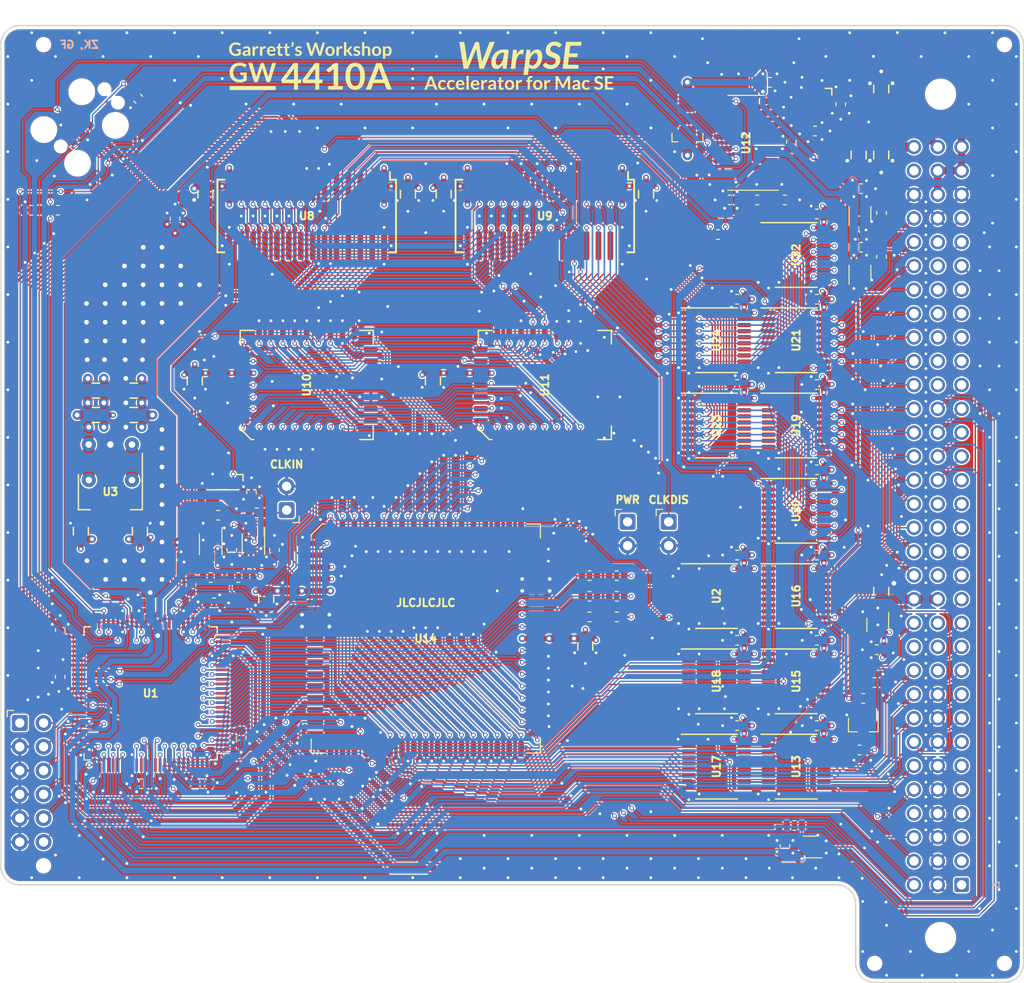
<source format=kicad_pcb>
(kicad_pcb
	(version 20240108)
	(generator "pcbnew")
	(generator_version "8.0")
	(general
		(thickness 1.6108)
		(legacy_teardrops no)
	)
	(paper "A4")
	(title_block
		(title "WarpSE (GW4410A)")
		(date "2024-04-23")
		(rev "1.0")
		(company "Garrett's Workshop")
	)
	(layers
		(0 "F.Cu" signal)
		(1 "In1.Cu" power)
		(2 "In2.Cu" power)
		(31 "B.Cu" signal)
		(32 "B.Adhes" user "B.Adhesive")
		(33 "F.Adhes" user "F.Adhesive")
		(34 "B.Paste" user)
		(35 "F.Paste" user)
		(36 "B.SilkS" user "B.Silkscreen")
		(37 "F.SilkS" user "F.Silkscreen")
		(38 "B.Mask" user)
		(39 "F.Mask" user)
		(40 "Dwgs.User" user "User.Drawings")
		(41 "Cmts.User" user "User.Comments")
		(42 "Eco1.User" user "User.Eco1")
		(43 "Eco2.User" user "User.Eco2")
		(44 "Edge.Cuts" user)
		(45 "Margin" user)
		(46 "B.CrtYd" user "B.Courtyard")
		(47 "F.CrtYd" user "F.Courtyard")
		(48 "B.Fab" user)
		(49 "F.Fab" user)
	)
	(setup
		(stackup
			(layer "F.SilkS"
				(type "Top Silk Screen")
			)
			(layer "F.Paste"
				(type "Top Solder Paste")
			)
			(layer "F.Mask"
				(type "Top Solder Mask")
				(thickness 0.01)
			)
			(layer "F.Cu"
				(type "copper")
				(thickness 0.035)
			)
			(layer "dielectric 1"
				(type "core")
				(thickness 0.2104)
				(material "FR4")
				(epsilon_r 4.6)
				(loss_tangent 0.02)
			)
			(layer "In1.Cu"
				(type "copper")
				(thickness 0.0175)
			)
			(layer "dielectric 2"
				(type "prepreg")
				(thickness 1.065)
				(material "FR4")
				(epsilon_r 4.5)
				(loss_tangent 0.02)
			)
			(layer "In2.Cu"
				(type "copper")
				(thickness 0.0175)
			)
			(layer "dielectric 3"
				(type "core")
				(thickness 0.2104)
				(material "FR4")
				(epsilon_r 4.6)
				(loss_tangent 0.02)
			)
			(layer "B.Cu"
				(type "copper")
				(thickness 0.035)
			)
			(layer "B.Mask"
				(type "Bottom Solder Mask")
				(thickness 0.01)
			)
			(layer "B.Paste"
				(type "Bottom Solder Paste")
			)
			(layer "B.SilkS"
				(type "Bottom Silk Screen")
			)
			(copper_finish "None")
			(dielectric_constraints no)
		)
		(pad_to_mask_clearance 0.0762)
		(solder_mask_min_width 0.127)
		(pad_to_paste_clearance -0.0381)
		(allow_soldermask_bridges_in_footprints no)
		(pcbplotparams
			(layerselection 0x00010fc_ffffffff)
			(plot_on_all_layers_selection 0x0000000_00000000)
			(disableapertmacros no)
			(usegerberextensions yes)
			(usegerberattributes no)
			(usegerberadvancedattributes no)
			(creategerberjobfile no)
			(dashed_line_dash_ratio 12.000000)
			(dashed_line_gap_ratio 3.000000)
			(svgprecision 6)
			(plotframeref no)
			(viasonmask no)
			(mode 1)
			(useauxorigin no)
			(hpglpennumber 1)
			(hpglpenspeed 20)
			(hpglpendiameter 15.000000)
			(pdf_front_fp_property_popups yes)
			(pdf_back_fp_property_popups yes)
			(dxfpolygonmode yes)
			(dxfimperialunits yes)
			(dxfusepcbnewfont yes)
			(psnegative no)
			(psa4output no)
			(plotreference yes)
			(plotvalue yes)
			(plotfptext yes)
			(plotinvisibletext no)
			(sketchpadsonfab no)
			(subtractmaskfromsilk yes)
			(outputformat 1)
			(mirror no)
			(drillshape 0)
			(scaleselection 1)
			(outputdirectory "gerber/")
		)
	)
	(net 0 "")
	(net 1 "GND")
	(net 2 "+5V")
	(net 3 "+3V3")
	(net 4 "-5V")
	(net 5 "+12V")
	(net 6 "-12V")
	(net 7 "USB5V")
	(net 8 "Net-(U12-XO)")
	(net 9 "Net-(U12-XI)")
	(net 10 "/Buf/MacA1")
	(net 11 "/Buf/MacA2")
	(net 12 "/Buf/MacA3")
	(net 13 "/Buf/MacA4")
	(net 14 "/Buf/MacA5")
	(net 15 "/Buf/MacA6")
	(net 16 "/Buf/MacA7")
	(net 17 "/Buf/MacA8")
	(net 18 "/Buf/MacA9")
	(net 19 "/Buf/MacA10")
	(net 20 "/Buf/MacA11")
	(net 21 "/Buf/MacA12")
	(net 22 "/Buf/MacA13")
	(net 23 "/Buf/MacA14")
	(net 24 "/Control/~{RESET}")
	(net 25 "/Buf/MacA15")
	(net 26 "/Control/Mac~{AS}")
	(net 27 "/Control/Mac~{UDS}")
	(net 28 "/Control/Mac~{LDS}")
	(net 29 "/Buf/Mac~{R}W")
	(net 30 "/Control/Mac~{DTACK}")
	(net 31 "/Buf/MacA16")
	(net 32 "/Control/Mac~{VMA}")
	(net 33 "/Control/Mac~{VPA}")
	(net 34 "/Buf/MacA17")
	(net 35 "/Buf/MacA18")
	(net 36 "/Buf/MacA19")
	(net 37 "/Buf/MacA20")
	(net 38 "/Buf/MacA21")
	(net 39 "/Buf/MacA22")
	(net 40 "/Buf/MacA23")
	(net 41 "/Control/Mac~{BERR}")
	(net 42 "/Control/~{IPL}2")
	(net 43 "/MC68k/~{IPL}1")
	(net 44 "/MC68k/~{IPL}0")
	(net 45 "unconnected-(J1A-FC2-PadA1)")
	(net 46 "unconnected-(J1A-FC1-PadA2)")
	(net 47 "unconnected-(J1A-FC0-PadA3)")
	(net 48 "unconnected-(J1B-NC-PadB10)")
	(net 49 "unconnected-(J1B-NC-PadB11)")
	(net 50 "unconnected-(J1B-~{HALT}-PadB12)")
	(net 51 "unconnected-(J1B-NC-PadB22)")
	(net 52 "unconnected-(J1B-NC-PadB23)")
	(net 53 "unconnected-(J1B-NC-PadB24)")
	(net 54 "unconnected-(J1B-NC-PadB25)")
	(net 55 "/Control/Mac~{BR}")
	(net 56 "unconnected-(J1B-NC-PadB26)")
	(net 57 "/Buf/MacD0")
	(net 58 "/Buf/MacD1")
	(net 59 "/Buf/MacD2")
	(net 60 "/Buf/MacD3")
	(net 61 "/Buf/MacD4")
	(net 62 "/Buf/MacD5")
	(net 63 "/Buf/MacD6")
	(net 64 "/Buf/MacD7")
	(net 65 "/Buf/MacD8")
	(net 66 "/Buf/MacD9")
	(net 67 "/Buf/MacD10")
	(net 68 "/Buf/MacD11")
	(net 69 "/Buf/MacD12")
	(net 70 "/Buf/MacD13")
	(net 71 "/Buf/MacD14")
	(net 72 "/Buf/MacD15")
	(net 73 "unconnected-(J1B-NC-PadB27)")
	(net 74 "/Control/TMS")
	(net 75 "/Control/TCK")
	(net 76 "unconnected-(J1B-~{EXT.DTK}-PadB28)")
	(net 77 "/Control/TDI")
	(net 78 "unconnected-(J1C-~{BGACK}-PadC4)")
	(net 79 "unconnected-(J1C-~{PMCYC}-PadC11)")
	(net 80 "unconnected-(J1C-NC-PadC31)")
	(net 81 "/Control/TDO")
	(net 82 "unconnected-(J2-Pin_6-Pad6)")
	(net 83 "unconnected-(J2-Pin_7-Pad7)")
	(net 84 "unconnected-(J2-Pin_8-Pad8)")
	(net 85 "/Buf/Aout23")
	(net 86 "Net-(J3-D-)")
	(net 87 "Net-(J3-D+)")
	(net 88 "/Clk.sch/MCLK")
	(net 89 "/Control/Acc~{VPA}")
	(net 90 "/Control/Acc~{BERR}")
	(net 91 "/Buf/Din~{OE}")
	(net 92 "/Buf/Dout~{OE}")
	(net 93 "/Buf/Aout~{OE}")
	(net 94 "/Buf/DinLE")
	(net 95 "/Buf/ADoutLE0")
	(net 96 "/Buf/ADoutLE1")
	(net 97 "/Buf/AccA5")
	(net 98 "/Buf/AccA6")
	(net 99 "/Buf/AccA7")
	(net 100 "/Buf/AccA8")
	(net 101 "/Buf/AccA9")
	(net 102 "/Control/U~{WE}")
	(net 103 "/Control/L~{WE}")
	(net 104 "/Control/~{RAS}")
	(net 105 "/Control/RA11")
	(net 106 "Net-(U6-Q)")
	(net 107 "/Buf/AccA10")
	(net 108 "/Control/RA9")
	(net 109 "/Control/RA10")
	(net 110 "/Control/RA8")
	(net 111 "/Control/RA0")
	(net 112 "/Control/RA7")
	(net 113 "/Control/RA1")
	(net 114 "/Buf/AccA11")
	(net 115 "/Control/RA6")
	(net 116 "/Control/RA2")
	(net 117 "/Control/RA5")
	(net 118 "/Control/RA3")
	(net 119 "/Control/RA4")
	(net 120 "/Buf/AccA12")
	(net 121 "/Control/~{OE}")
	(net 122 "/Control/~{CAS}")
	(net 123 "/Control/ROM~{OE}")
	(net 124 "/Control/ROM~{WE}")
	(net 125 "/Control/Acc~{UDS}")
	(net 126 "/Control/Acc~{AS}")
	(net 127 "/Control/Acc~{LDS}")
	(net 128 "/Buf/AccA13")
	(net 129 "/Control/Acc~{DTACK}")
	(net 130 "/Buf/AccA14")
	(net 131 "/Buf/AccA15")
	(net 132 "/Buf/AccA16")
	(net 133 "/Buf/AccA17")
	(net 134 "/Buf/AccA18")
	(net 135 "/Buf/AccA19")
	(net 136 "/Buf/AccA20")
	(net 137 "/Buf/AccA21")
	(net 138 "/Buf/AccA22")
	(net 139 "/Buf/AccA23")
	(net 140 "/Buf/Acc~{R}W")
	(net 141 "Net-(U7-Q)")
	(net 142 "/Clk.sch/FCLK")
	(net 143 "/Control/DBG5")
	(net 144 "Net-(U5-Output)")
	(net 145 "Net-(U6-CK)")
	(net 146 "/Control/Mac~{BG}")
	(net 147 "/Prog/TCKrc")
	(net 148 "/Control/DBG3")
	(net 149 "/Control/DBG2")
	(net 150 "/Control/DBG0")
	(net 151 "/Buf/AccD6")
	(net 152 "/Buf/AccD7")
	(net 153 "/Buf/AccD5")
	(net 154 "/Buf/AccD3")
	(net 155 "/Buf/AccD1")
	(net 156 "/Buf/AccD2")
	(net 157 "/Buf/AccD4")
	(net 158 "/Buf/AccD14")
	(net 159 "/Buf/AccD15")
	(net 160 "/Buf/AccD13")
	(net 161 "/Buf/AccD11")
	(net 162 "/Buf/AccD9")
	(net 163 "/Buf/AccD8")
	(net 164 "/Buf/AccD10")
	(net 165 "/Buf/AccD12")
	(net 166 "/Buf/AccA1")
	(net 167 "/Buf/AccA2")
	(net 168 "/Buf/AccA3")
	(net 169 "/Control/CK20EN")
	(net 170 "/Control/DBG1")
	(net 171 "/Control/DBG4")
	(net 172 "unconnected-(U1-I{slash}O{slash}GSR-Pad99)")
	(net 173 "Net-(U16-D7)")
	(net 174 "Net-(U16-D6)")
	(net 175 "Net-(U16-D5)")
	(net 176 "/Buf/AccA4")
	(net 177 "Net-(U16-D4)")
	(net 178 "Net-(U16-D3)")
	(net 179 "Net-(U16-D2)")
	(net 180 "Net-(U16-D1)")
	(net 181 "Net-(U16-D0)")
	(net 182 "Net-(U6-D)")
	(net 183 "/Buf/AccD0")
	(net 184 "Net-(U13-D0)")
	(net 185 "Net-(U13-D1)")
	(net 186 "Net-(U13-D2)")
	(net 187 "Net-(U13-D3)")
	(net 188 "Net-(U13-D4)")
	(net 189 "Net-(U13-D5)")
	(net 190 "Net-(U13-D6)")
	(net 191 "Net-(U13-D7)")
	(net 192 "unconnected-(U14-BG-Pad11)")
	(net 193 "unconnected-(U14-NC-Pad18)")
	(net 194 "unconnected-(U14-VMA-Pad21)")
	(net 195 "unconnected-(U14-E-Pad22)")
	(net 196 "unconnected-(U14-FC2-Pad28)")
	(net 197 "unconnected-(U14-FC1-Pad29)")
	(net 198 "unconnected-(U14-FC0-Pad30)")
	(net 199 "unconnected-(U14-NC-Pad31)")
	(net 200 "Net-(U15-D0)")
	(net 201 "Net-(U15-D1)")
	(net 202 "Net-(U15-D2)")
	(net 203 "Net-(U15-D3)")
	(net 204 "Net-(U15-D4)")
	(net 205 "Net-(U15-D5)")
	(net 206 "Net-(U15-D6)")
	(net 207 "Net-(U15-D7)")
	(net 208 "Net-(U19-D0)")
	(net 209 "/Prog/UTCK")
	(net 210 "Net-(U19-D1)")
	(net 211 "/Buf/Aout22")
	(net 212 "Net-(U19-D2)")
	(net 213 "Net-(U19-D3)")
	(net 214 "Net-(U19-D4)")
	(net 215 "Net-(U19-D5)")
	(net 216 "Net-(U19-D6)")
	(net 217 "Net-(U19-D7)")
	(net 218 "Net-(U21-D0)")
	(net 219 "Net-(U21-D1)")
	(net 220 "Net-(U21-D2)")
	(net 221 "Net-(U21-D3)")
	(net 222 "Net-(U21-D4)")
	(net 223 "Net-(U21-D5)")
	(net 224 "Net-(U21-D6)")
	(net 225 "Net-(U21-D7)")
	(net 226 "/Clk.sch/MCKE")
	(net 227 "/Buf/GA23")
	(net 228 "/Buf/GA22")
	(net 229 "/ClkBuf/E")
	(net 230 "/ClkBuf/BE")
	(net 231 "/ClkBuf/C8M")
	(net 232 "/ClkBuf/BC8M")
	(net 233 "/ClkBuf/C16M")
	(net 234 "/ClkBuf/BC16M")
	(net 235 "Net-(U28-Y)")
	(net 236 "Net-(U27-Y)")
	(net 237 "Net-(U26-Y)")
	(net 238 "unconnected-(J3-ID-Pad4)")
	(net 239 "Net-(Q1-C)")
	(net 240 "Net-(Q1-B)")
	(net 241 "Net-(J5-Pin_1)")
	(net 242 "unconnected-(U6-~{Q}-Pad3)")
	(net 243 "/Clk.sch/CLKEN")
	(net 244 "+5Vin")
	(net 245 "unconnected-(U4-NC-Pad4)")
	(footprint "stdpads:C_0805" (layer "F.Cu") (at 113.4 76.8))
	(footprint "stdpads:C_0805" (layer "F.Cu") (at 117.45 76.8))
	(footprint "stdpads:C_0805" (layer "F.Cu") (at 117.45 79.4))
	(footprint "stdpads:C_0805" (layer "F.Cu") (at 113.4 79.4))
	(footprint "stdpads:TQFP-100_14x14mm_P0.5mm" (layer "F.Cu") (at 119.25 109.1 90))
	(footprint "stdpads:C_0805" (layer "F.Cu") (at 197.1675 44.616 90))
	(footprint "stdpads:C_0805" (layer "F.Cu") (at 194.7545 51.65 -90))
	(footprint "stdpads:C_0805" (layer "F.Cu") (at 197.1675 51.65 -90))
	(footprint "stdpads:SOJ-28_300mil" (layer "F.Cu") (at 161.29 58.166 -90))
	(footprint "stdpads:DIN41612_R_3x32_Male_Vertical_THT" (layer "F.Cu") (at 205.74 129.54 180))
	(footprint "stdpads:C_0603" (layer "F.Cu") (at 126 99.45))
	(footprint "stdpads:TSSOP-20_4.4x6.5mm_P0.65mm" (layer "F.Cu") (at 179.6 98.725 -90))
	(footprint "stdpads:C_0603" (layer "F.Cu") (at 181.8 94.35 180))
	(footprint "stdpads:C_0603" (layer "F.Cu") (at 190.3 57.95 180))
	(footprint "stdpads:C_0603" (layer "F.Cu") (at 190.3 94.35 180))
	(footprint "stdpads:C_0603" (layer "F.Cu") (at 190.3 85.25 180))
	(footprint "stdpads:C_0603" (layer "F.Cu") (at 181.8 112.55 180))
	(footprint "stdpads:C_0603" (layer "F.Cu") (at 190.3 112.55 180))
	(footprint "stdpads:C_0603" (layer "F.Cu") (at 190.3 67.05 180))
	(footprint "stdpads:C_0603" (layer "F.Cu") (at 181.8 67.05 180))
	(footprint "stdpads:C_0603" (layer "F.Cu") (at 181.8 76.15 180))
	(footprint "stdpads:C_0603" (layer "F.Cu") (at 181.8 103.45 180))
	(footprint "stdpads:C_0603" (layer "F.Cu") (at 190.3 103.45 180))
	(footprint "stdpads:C_0805" (layer "F.Cu") (at 197.1675 98.21 90))
	(footprint "stdpads:C_0805" (layer "F.Cu") (at 131.572 99.021 -90))
	(footprint "stdpads:C_0805" (layer "F.Cu") (at 165.608 104.101 -90))
	(footprint "stdpads:TSSOP-20_4.4x6.5mm_P0.65mm"
		(layer "F.Cu")
		(uuid "00000000-0000-0000-0000-000061aa2c65")
		(at 179.6 71.425 -90)
		(descr "20-Lead Plastic Thin Shrink Small Outline (ST)-4.4 mm Body [TSSOP] (see Microchip Packaging Specification 00000049BS.pdf)")
		(tags "SSOP 0.65")
		(property "Reference" "U24"
			(at 0 0 90)
			(layer "F.Fab")
			(uuid "119f567e-474f-41f4-bc0d-07e29b81d1a6")
			(effects
				(font
					(size 0.8128 0.8128)
					(thickness 0.2032)
				)
			)
		)
		(property "Value" "74AHCT573PW"
			(at 0 1.016 90)
			(layer "F.Fab")
			(uuid "d8436c91-22c4-4e32-baaf-2427618cf36b")
			(effects
				(font
					(size 0.508 0.508)
					(thickness 0.127)
				)
			)
		)
		(property "Footprint" "stdpads:TSSOP-20_4.4x6.5mm_P0.65mm"
			(at 0 0 -90)
			(layer "F.Fab")
			(hide yes)
			(uuid "03e5aa20-12b2-419a-bb56-460ed9643e28")
			(effects
				(font
					(size 1.27 1.27)
					(thickness 0.15)
				)
			)
		)
		(property "Datasheet" ""
			(at 0 0 -90)
			(layer "F.Fab")
			(hide yes)
			(uuid "1c35b153-2eee-4d3d-a58e-a71a2aebb703")
			(effects
				(font
					(size 1.27 1.27)
					(thickness 0.15)
				)
			)
		)
		(property "Description" ""
			(at 0 0 -90)
			(layer "F.Fab")
			(hide yes)
			(uuid "12f6fbf9-710e-4eaa-a314-75f786912483")
			(effects
				(font
					(size 1.27 1.27)
					(thickness 0.15)
				)
			)
		)
		(property "LCSC Part" "C141311"
			(at 108.175 251.025 0)
			(layer "F.Fab")
			(hide yes)
			(uuid "8af5bae0-c7d0-42c3-83dc-8eb7b7340d2b")
			(effects
				(font
					(size 1 1)
					(thickness 0.15)
				)
			)
		)
		(path "/00000000-0000-0000-0000-000060941922/00000000-0000-0000-0000-0000617fcc42")
		(sheetname "Buf")
		(sheetfile "Buf.kicad_sch")
		(solder_mask_margin 0.024)
		(solder_paste_margin -0.04)
		(attr smd)
		(fp_line
			(start -3.45 3.75)
			(end -3.45 -2.225)
			(stroke
				(width 0.15)
				(type solid)
			)
			(layer "F.SilkS")
			(uuid "1de8e94d-81a7-4b40-9ebb-a8a7a3c3ff10")
		)
		(fp_line
			(start 3.45 2.225)
			(end 3.45 -2.225)
			(stroke
				(width 0.15)
				(type solid)
			)
			(layer "F.SilkS")
			(uuid "e301c2cc-f960-478b-a4c2-e2ebf43b9461")
		)
		(fp_line
			(start -3.55 3.95)
			(end 3.55 3.95)
			(stroke
				(width 0.05)
				(type solid)
			)
			(layer "F.CrtYd")
			(uuid "5f850c8a-efca-4270-a7bc-817658e3fa9d")
		)
		(fp_line
			(start -3.55 3.95)
			(end -3.55 -3.95)
			(stroke
				(width 0.05)
				(type solid)
			)
			(layer "F.CrtYd")
			(uuid "9d3f9064-def4-424f-a2ce-9bf0551e6f69")
		)
		(fp_line
			(start 3.55 3.95)
			(end 3.55 -3.95)
			(stroke
				(width 0.05)
				(type solid)
			)
			(layer "F.CrtYd")
			(uuid "e5f80a0b-c6ce-495f-acb5-b490c045ecbe")
		)
		(fp_line
			(start -3.55 -3.95)
			(end 3.55 -3.95)
			(stroke
				(width 0.05)
				(type solid)
			)
			(layer "F.CrtYd")
			(uuid "9e54b40b-bc18-47ef-b4b2-573ea5e9214e")
		)
		(fp_line
			(start -2.25 2.2)
			(end -3.25 1.2)
			(stroke
				(width 0.15)
				(type solid)
			)
			(layer "F.Fab")
			(uuid "55390763-18a7-4701-9553-cdbd41c30c56")
		)
		(fp_line
			(start 3.25 2.2)
			(end -2.25 2.2)
			(stroke
				(width 0.15)
				(type solid)
			)
			(layer "F.Fab")
			(uuid "23cce264-8569-4450-99c5-77c409ac376a")
		)
		(fp_line
			(start -3.25 1.2)
			(end -3.25 -2.2)
			(stroke
				(width 0.15)
				(type solid)
			)
			(layer "F.Fab")
			(uuid "a3690278-abb7-41db-848d-54aa22753548")
		)
		(fp_line
			(start -3.25 -2.2)
			(end 3.25 -2.2)
			(stroke
				(width 0.15)
				(type solid)
			)
			(layer "F.Fab")
			(uuid "3f2da58b-d7ed-4d0b-bd68-3df98e4c7845")
		)
		(fp_line
			(start 3.25 -2.2)
			(end 3.25 2.2)
			(stroke
				(width 0.15)
				(type solid)
			)
			(layer "F.Fab")
			(uuid "e287df1a-fcf6-441e-9ad0-96eb0853a48d")
		)
		(fp_text user "${REFERENCE}"
			(at 0 0 -90)
			(layer "F.SilkS")
			(uuid "01ac032e-adbc-439d-9aed-6823ddb65cd7")
			(effects
				(font
					(size 0.8128 0.8128)
					(thickness 0.2032)
				)
			)
		)
		(pad "1" smd roundrect
			(at -2.925 2.95)
			(size 1.45 0.45)
			(layers "F.Cu" "F.Paste" "F.Mask")
			(roundrect_rratio 0.25)
			(net 1 "GND")
			(pinfunction "~{OE}")
			(pintype "input")
			(uuid "9b196c3c-80f3-473b-a895-477565a59586")
		)
		(pad "2" smd roundrect
			(at -2.275 2.95)
			(size 1.45 0.45)
			(layers "F.Cu" "F.Paste" "F.Mask")
			(roundrect_rratio 0.25)
			(net 159 "/Buf/AccD15")
			(pinfunction "D0")
			(pintype "input")
			(uuid "e9a8c3b1-6488-4682-a579-53d863a0ef20")
		)
		(pad "3" smd roundrect
			(at -1.625 2.95)
			(size 1.45 0.45)
			(layers "F.Cu" "F.Paste" "F.Mask")
			(roundrect_rratio 0.25)
			(net 158 "/Buf/AccD14")
			(pinfunction "D1")
			(pintype "input")
			(uuid "17cff83d-d5b3-433e-99c6-04ade7e1f8c2")
		)
		(pad "4" smd roundrect
			(at -0.975 2.95)
			(size 1.45 0.45)
			(layers "F.Cu" "F.Paste" "F.Mask")
			(roundrect_rratio 0.25)
			(net 160 "/Buf/AccD13")
			(pinfunction "D2")
			(pintype "input")
			(uuid "ec5d4ac2-bc8b-4a4d-ae13-0d934113fd8b")
		)
		(pad "5" smd roundrect
			(at -0.325 2.95)
			(size 1.45 0.45)
			(layers "F.Cu" "F.Paste" "F.Mask")
			(roundrect_rratio 0.25)
			(net 165 "/Buf/AccD12")
			(pinfunction "D3")
			(pintype "input")
			(uuid "deabffca-7508-455b-9fb7-bb0499a72621")
		)
		(pad "6" smd roundrect
			(at 0.325 2.95)
			(size 1.45 0.45)
			(layers "F.Cu" "F.Paste" "F.Mask")
			(roundrect_rratio 0.25)
			(net 161 "/Buf/AccD11")
			(pinfunction "D4")
			(pintype "input")
			(uuid "8693a59f-8755-4d83-8f87-621f337d7eb6")
		)
		(pad "7" smd roundrect
			(at 0.975 2.95)
			(size 1.45 0.45)
			(layers "F.Cu" "F.Paste" "F.Mask")
			(roundrect_rratio 0.25)
			(net 164 "/Buf/AccD10")
			(pinfunction "D5")
			(pintype "input")
			(uuid "b2cf30be-3d23-430f-9de8-dd28b4c89643")
		)
		(pad "8" smd roundrect
			(at 1.625 2.95)
			(size 1.45 0.45)
			(layers "F.Cu" "F.Paste" "F.Mask")
			(roundrect_rratio 0.25)
			(net 162 "/Buf/AccD9")
			(pinfunction "D6")
			(pintype "input")
			(uuid "a34b05b2-15c6-4c7d-b173-4107f4575ab0")
		)
		(pad "9" smd roundrect
			(at 2.275 2.95)
			(size 1.45 0.45)
			(layers "F.Cu" "F.Paste" "F.Mask")
			(roundrect_rratio 0.25)
			(net 163 "/Buf/AccD8")
			(pinfunction "D7")
			(pintype "input")
			(uuid "2c13a2db-eab5-4107-96a5-8784b1675aa8")
		)
		(pad "10" smd roundrect
			(at 2.925 2.95)
			(size 1.45 0.45)
			(layers "F.Cu" "F.Paste" "F.Mask")
			(roundrect_rratio 0.25)
			(net 1 "GND")
			(pinfunction "GND")
			(pintype "power_in")
			(uuid "3878aff2-955f-4b4c-a1bb-cc1b21e4b28a")
		)
		(pad "11" smd roundrect
			(at 2.925 -2.95)
			(size 1.45 0.45)
			(layers "F.Cu" "F.Paste" "F.Mask")
			(roundrect_rratio 0.25)
			(net 96 "/Buf/ADoutLE1")
			(pinfunction "~{LE}")
			(pintype "input")
			(uuid "4c3fd9e3-c2b3-43e0-baff-687038c3bc40")
		)
		(pad "12" smd roundrect
			(at 2.275 -2.95)
			(size 1.45 0.45)
			(layers "F.Cu" "F.Paste" "F.Mask")
			(roundrect_rratio 0.25)
			(net 225 "Net-(U21-D7)")
			(pinfunction "Q7")
			(pintype "tri_state")
			(uuid "d201010a-31f9-4122-a2c4-030e6ce912aa")
		)
		(pad "13" smd roundrect
			(at 1.625 -2.95)
			(size 1.45 0.45)
			(layers "F.Cu" "F.Paste" "F.Mask")
			(roundrect_rratio 0.25)
			(net 224 "Net-(U21-D6)")
			(pinfunction "Q6")
			(pintype "tri_state")
			(uuid "985bb8b5-5bf3-487c-bcb6-5ece155092fd")
		)
		(pad "14" smd roundrect
			(at 0.975 -2.95)
			(size 1.45 0.45)
			(layers "F.Cu" "F.Paste" "F.Mask")
			(roundrect_rratio 0.25)
			(net 223 "Net-(U21-
... [5011592 chars truncated]
</source>
